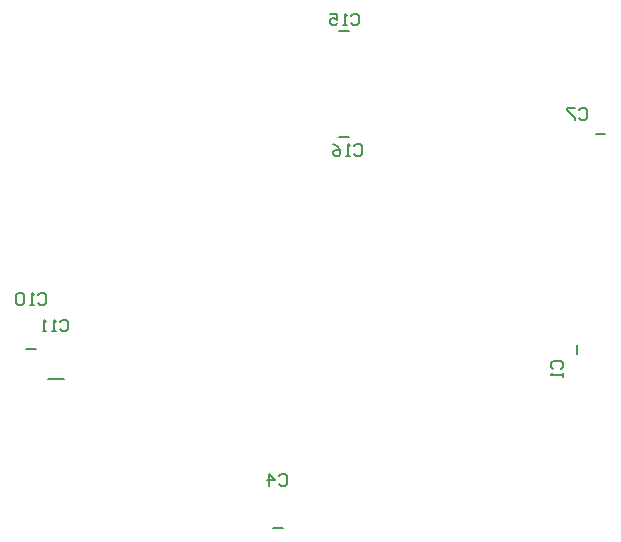
<source format=gbo>
G04*
G04 #@! TF.GenerationSoftware,Altium Limited,Altium Designer,19.0.10 (269)*
G04*
G04 Layer_Color=32896*
%FSLAX24Y24*%
%MOIN*%
G70*
G01*
G75*
%ADD12C,0.0079*%
D12*
X8843Y1193D02*
X9157D01*
X19593Y14331D02*
X19907D01*
X11043Y17769D02*
X11357D01*
X11043Y14231D02*
X11357D01*
X1344Y6152D02*
X1856D01*
X603Y7151D02*
X917D01*
X18969Y6991D02*
Y7306D01*
X11538Y13928D02*
X11603Y13994D01*
X11734D01*
X11800Y13928D01*
Y13666D01*
X11734Y13600D01*
X11603D01*
X11538Y13666D01*
X11406Y13600D02*
X11275D01*
X11341D01*
Y13994D01*
X11406Y13928D01*
X10816Y13994D02*
X10947Y13928D01*
X11078Y13797D01*
Y13666D01*
X11013Y13600D01*
X10882D01*
X10816Y13666D01*
Y13731D01*
X10882Y13797D01*
X11078D01*
X11438Y18270D02*
X11503Y18336D01*
X11634D01*
X11700Y18270D01*
Y18008D01*
X11634Y17942D01*
X11503D01*
X11438Y18008D01*
X11306Y17942D02*
X11175D01*
X11241D01*
Y18336D01*
X11306Y18270D01*
X10716Y18336D02*
X10978D01*
Y18139D01*
X10847Y18205D01*
X10782D01*
X10716Y18139D01*
Y18008D01*
X10782Y17942D01*
X10913D01*
X10978Y18008D01*
X1735Y8069D02*
X1801Y8135D01*
X1932D01*
X1998Y8069D01*
Y7807D01*
X1932Y7741D01*
X1801D01*
X1735Y7807D01*
X1604Y7741D02*
X1473D01*
X1538D01*
Y8135D01*
X1604Y8069D01*
X1276Y7741D02*
X1145D01*
X1211D01*
Y8135D01*
X1276Y8069D01*
X982Y8964D02*
X1048Y9030D01*
X1179D01*
X1245Y8964D01*
Y8702D01*
X1179Y8636D01*
X1048D01*
X982Y8702D01*
X851Y8636D02*
X720D01*
X786D01*
Y9030D01*
X851Y8964D01*
X523D02*
X458Y9030D01*
X327D01*
X261Y8964D01*
Y8702D01*
X327Y8636D01*
X458D01*
X523Y8702D01*
Y8964D01*
X19038Y15128D02*
X19103Y15194D01*
X19234D01*
X19300Y15128D01*
Y14866D01*
X19234Y14800D01*
X19103D01*
X19038Y14866D01*
X18906Y15194D02*
X18644D01*
Y15128D01*
X18906Y14866D01*
Y14800D01*
X9038Y2928D02*
X9103Y2994D01*
X9234D01*
X9300Y2928D01*
Y2666D01*
X9234Y2600D01*
X9103D01*
X9038Y2666D01*
X8710Y2600D02*
Y2994D01*
X8906Y2797D01*
X8644D01*
X18172Y6485D02*
X18106Y6551D01*
Y6682D01*
X18172Y6748D01*
X18434D01*
X18500Y6682D01*
Y6551D01*
X18434Y6485D01*
X18500Y6354D02*
Y6223D01*
Y6288D01*
X18106D01*
X18172Y6354D01*
M02*

</source>
